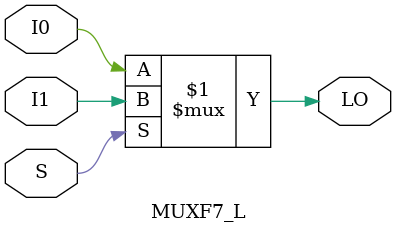
<source format=v>

`ifdef verilator3
`else
`timescale 1 ps / 1 ps
`endif

/* verilator coverage_off */
module MUXF7_L
(
    input  wire I0, I1,
    input  wire S,
    output wire LO
);

    assign LO = (S) ? I1 : I0;

endmodule
/* verilator coverage_on */

</source>
